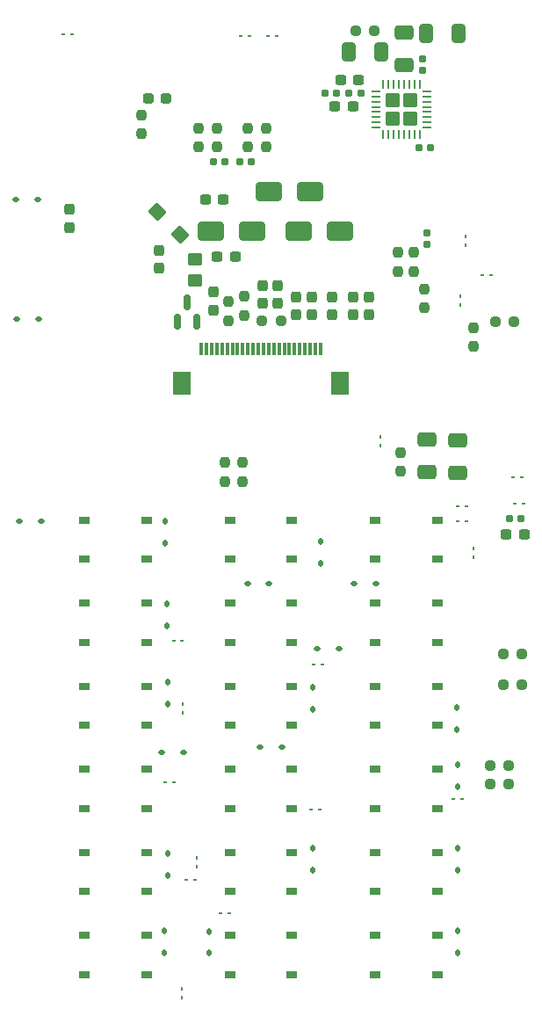
<source format=gtp>
%TF.GenerationSoftware,KiCad,Pcbnew,9.0.0*%
%TF.CreationDate,2025-09-17T13:37:23-06:00*%
%TF.ProjectId,OSS Radio Hardware Design,4f535320-5261-4646-996f-204861726477,rev?*%
%TF.SameCoordinates,Original*%
%TF.FileFunction,Paste,Top*%
%TF.FilePolarity,Positive*%
%FSLAX46Y46*%
G04 Gerber Fmt 4.6, Leading zero omitted, Abs format (unit mm)*
G04 Created by KiCad (PCBNEW 9.0.0) date 2025-09-17 13:37:23*
%MOMM*%
%LPD*%
G01*
G04 APERTURE LIST*
G04 Aperture macros list*
%AMRoundRect*
0 Rectangle with rounded corners*
0 $1 Rounding radius*
0 $2 $3 $4 $5 $6 $7 $8 $9 X,Y pos of 4 corners*
0 Add a 4 corners polygon primitive as box body*
4,1,4,$2,$3,$4,$5,$6,$7,$8,$9,$2,$3,0*
0 Add four circle primitives for the rounded corners*
1,1,$1+$1,$2,$3*
1,1,$1+$1,$4,$5*
1,1,$1+$1,$6,$7*
1,1,$1+$1,$8,$9*
0 Add four rect primitives between the rounded corners*
20,1,$1+$1,$2,$3,$4,$5,0*
20,1,$1+$1,$4,$5,$6,$7,0*
20,1,$1+$1,$6,$7,$8,$9,0*
20,1,$1+$1,$8,$9,$2,$3,0*%
G04 Aperture macros list end*
%ADD10RoundRect,0.062500X0.062500X-0.117500X0.062500X0.117500X-0.062500X0.117500X-0.062500X-0.117500X0*%
%ADD11RoundRect,0.237500X-0.237500X0.300000X-0.237500X-0.300000X0.237500X-0.300000X0.237500X0.300000X0*%
%ADD12R,1.000000X0.750000*%
%ADD13RoundRect,0.237500X0.237500X-0.250000X0.237500X0.250000X-0.237500X0.250000X-0.237500X-0.250000X0*%
%ADD14RoundRect,0.237500X-0.300000X-0.237500X0.300000X-0.237500X0.300000X0.237500X-0.300000X0.237500X0*%
%ADD15RoundRect,0.062500X-0.117500X-0.062500X0.117500X-0.062500X0.117500X0.062500X-0.117500X0.062500X0*%
%ADD16RoundRect,0.237500X0.237500X-0.300000X0.237500X0.300000X-0.237500X0.300000X-0.237500X-0.300000X0*%
%ADD17RoundRect,0.250000X-0.450000X0.350000X-0.450000X-0.350000X0.450000X-0.350000X0.450000X0.350000X0*%
%ADD18RoundRect,0.112500X0.112500X-0.187500X0.112500X0.187500X-0.112500X0.187500X-0.112500X-0.187500X0*%
%ADD19RoundRect,0.237500X-0.237500X0.250000X-0.237500X-0.250000X0.237500X-0.250000X0.237500X0.250000X0*%
%ADD20RoundRect,0.155000X-0.212500X-0.155000X0.212500X-0.155000X0.212500X0.155000X-0.212500X0.155000X0*%
%ADD21RoundRect,0.062500X-0.062500X0.117500X-0.062500X-0.117500X0.062500X-0.117500X0.062500X0.117500X0*%
%ADD22RoundRect,0.237500X0.300000X0.237500X-0.300000X0.237500X-0.300000X-0.237500X0.300000X-0.237500X0*%
%ADD23RoundRect,0.250000X0.650000X-0.412500X0.650000X0.412500X-0.650000X0.412500X-0.650000X-0.412500X0*%
%ADD24RoundRect,0.062500X0.117500X0.062500X-0.117500X0.062500X-0.117500X-0.062500X0.117500X-0.062500X0*%
%ADD25RoundRect,0.250000X1.000000X0.650000X-1.000000X0.650000X-1.000000X-0.650000X1.000000X-0.650000X0*%
%ADD26RoundRect,0.195000X0.035355X-0.678823X0.678823X-0.035355X-0.035355X0.678823X-0.678823X0.035355X0*%
%ADD27RoundRect,0.237500X0.250000X0.237500X-0.250000X0.237500X-0.250000X-0.237500X0.250000X-0.237500X0*%
%ADD28RoundRect,0.112500X0.187500X0.112500X-0.187500X0.112500X-0.187500X-0.112500X0.187500X-0.112500X0*%
%ADD29RoundRect,0.250000X-0.455000X-0.455000X0.455000X-0.455000X0.455000X0.455000X-0.455000X0.455000X0*%
%ADD30RoundRect,0.062500X-0.337500X-0.062500X0.337500X-0.062500X0.337500X0.062500X-0.337500X0.062500X0*%
%ADD31RoundRect,0.062500X-0.062500X-0.337500X0.062500X-0.337500X0.062500X0.337500X-0.062500X0.337500X0*%
%ADD32RoundRect,0.112500X-0.187500X-0.112500X0.187500X-0.112500X0.187500X0.112500X-0.187500X0.112500X0*%
%ADD33R,0.300000X1.300000*%
%ADD34R,1.800000X2.200000*%
%ADD35RoundRect,0.250000X0.412500X0.650000X-0.412500X0.650000X-0.412500X-0.650000X0.412500X-0.650000X0*%
%ADD36RoundRect,0.237500X-0.287500X-0.237500X0.287500X-0.237500X0.287500X0.237500X-0.287500X0.237500X0*%
%ADD37RoundRect,0.237500X-0.250000X-0.237500X0.250000X-0.237500X0.250000X0.237500X-0.250000X0.237500X0*%
%ADD38RoundRect,0.155000X0.212500X0.155000X-0.212500X0.155000X-0.212500X-0.155000X0.212500X-0.155000X0*%
%ADD39RoundRect,0.155000X-0.155000X0.212500X-0.155000X-0.212500X0.155000X-0.212500X0.155000X0.212500X0*%
%ADD40RoundRect,0.150000X0.150000X-0.587500X0.150000X0.587500X-0.150000X0.587500X-0.150000X-0.587500X0*%
%ADD41RoundRect,0.250000X-1.000000X-0.650000X1.000000X-0.650000X1.000000X0.650000X-1.000000X0.650000X0*%
G04 APERTURE END LIST*
D10*
%TO.C,D45*%
X79400000Y-140780000D03*
X79400000Y-141620000D03*
%TD*%
D11*
%TO.C,C34*%
X87150000Y-73025000D03*
X87150000Y-74750000D03*
%TD*%
D12*
%TO.C,SW_UP1*%
X84000000Y-95625000D03*
X90000000Y-95625000D03*
X84000000Y-99375000D03*
X90000000Y-99375000D03*
%TD*%
D13*
%TO.C,R22*%
X81000000Y-59662500D03*
X81000000Y-57837500D03*
%TD*%
D14*
%TO.C,C70*%
X94687500Y-53250000D03*
X96412500Y-53250000D03*
%TD*%
D11*
%TO.C,C30*%
X97400000Y-74137500D03*
X97400000Y-75862500D03*
%TD*%
D15*
%TO.C,D40*%
X92920000Y-109500000D03*
X92080000Y-109500000D03*
%TD*%
%TO.C,D49*%
X106840000Y-95750000D03*
X106000000Y-95750000D03*
%TD*%
D16*
%TO.C,C62*%
X68550000Y-67412500D03*
X68550000Y-65687500D03*
%TD*%
D17*
%TO.C,R13*%
X80650000Y-70500000D03*
X80650000Y-72500000D03*
%TD*%
D18*
%TO.C,D9*%
X106000000Y-137300000D03*
X106000000Y-135200000D03*
%TD*%
D12*
%TO.C,SW_9*%
X98000000Y-127625000D03*
X104000000Y-127625000D03*
X98000000Y-131375000D03*
X104000000Y-131375000D03*
%TD*%
%TO.C,SW_5*%
X84000000Y-119625000D03*
X90000000Y-119625000D03*
X84000000Y-123375000D03*
X90000000Y-123375000D03*
%TD*%
D19*
%TO.C,R40*%
X85750000Y-57837500D03*
X85750000Y-59662500D03*
%TD*%
D13*
%TO.C,R24*%
X82750000Y-59662500D03*
X82750000Y-57837500D03*
%TD*%
D18*
%TO.C,D25*%
X92800000Y-99800000D03*
X92800000Y-97700000D03*
%TD*%
D16*
%TO.C,C36*%
X77150000Y-71362500D03*
X77150000Y-69637500D03*
%TD*%
D13*
%TO.C,R15*%
X83900000Y-76412500D03*
X83900000Y-74587500D03*
%TD*%
D19*
%TO.C,R46*%
X101750000Y-69837500D03*
X101750000Y-71662500D03*
%TD*%
D12*
%TO.C,SW_0*%
X84000000Y-135625000D03*
X90000000Y-135625000D03*
X84000000Y-139375000D03*
X90000000Y-139375000D03*
%TD*%
D19*
%TO.C,R20*%
X107500000Y-77087500D03*
X107500000Y-78912500D03*
%TD*%
D20*
%TO.C,C71*%
X95482500Y-54500000D03*
X96617500Y-54500000D03*
%TD*%
D21*
%TO.C,D33*%
X106250000Y-74920000D03*
X106250000Y-74080000D03*
%TD*%
D22*
%TO.C,C26*%
X83362500Y-64750000D03*
X81637500Y-64750000D03*
%TD*%
D13*
%TO.C,R51*%
X75500000Y-58412500D03*
X75500000Y-56587500D03*
%TD*%
D23*
%TO.C,C79*%
X100800000Y-51812500D03*
X100800000Y-48687500D03*
%TD*%
D12*
%TO.C,SW_BACK1*%
X70000000Y-95625000D03*
X76000000Y-95625000D03*
X70000000Y-99375000D03*
X76000000Y-99375000D03*
%TD*%
D14*
%TO.C,C28*%
X82787500Y-70250000D03*
X84512500Y-70250000D03*
%TD*%
D21*
%TO.C,D39*%
X79500000Y-114170000D03*
X79500000Y-113330000D03*
%TD*%
D19*
%TO.C,R44*%
X85250000Y-90087500D03*
X85250000Y-91912500D03*
%TD*%
D18*
%TO.C,D8*%
X82000000Y-137325000D03*
X82000000Y-135225000D03*
%TD*%
D24*
%TO.C,D44*%
X83080000Y-133500000D03*
X83920000Y-133500000D03*
%TD*%
D14*
%TO.C,C65*%
X94137500Y-55750000D03*
X95862500Y-55750000D03*
%TD*%
D18*
%TO.C,D12*%
X78000000Y-129850000D03*
X78000000Y-127750000D03*
%TD*%
D25*
%TO.C,D58*%
X86150000Y-67750000D03*
X82150000Y-67750000D03*
%TD*%
D11*
%TO.C,C29*%
X82400000Y-73637500D03*
X82400000Y-75362500D03*
%TD*%
D26*
%TO.C,L2*%
X79250000Y-68100000D03*
X77050000Y-65900000D03*
%TD*%
D18*
%TO.C,D23*%
X77750000Y-97800000D03*
X77750000Y-95700000D03*
%TD*%
D27*
%TO.C,R45*%
X111412500Y-76500000D03*
X109587500Y-76500000D03*
%TD*%
D12*
%TO.C,SW_7*%
X70000000Y-127625000D03*
X76000000Y-127625000D03*
X70000000Y-131375000D03*
X76000000Y-131375000D03*
%TD*%
%TO.C,SW_3*%
X98000000Y-111625000D03*
X104000000Y-111625000D03*
X98000000Y-115375000D03*
X104000000Y-115375000D03*
%TD*%
D28*
%TO.C,D17*%
X79550000Y-118000000D03*
X77450000Y-118000000D03*
%TD*%
D12*
%TO.C,SW_8*%
X84000000Y-127625000D03*
X90000000Y-127625000D03*
X84000000Y-131375000D03*
X90000000Y-131375000D03*
%TD*%
D13*
%TO.C,R14*%
X85400000Y-75912500D03*
X85400000Y-74087500D03*
%TD*%
D29*
%TO.C,U12*%
X99675000Y-55175000D03*
X99675000Y-56925000D03*
X101425000Y-55175000D03*
X101425000Y-56925000D03*
D30*
X98100000Y-54300000D03*
X98100000Y-54800000D03*
X98100000Y-55300000D03*
X98100000Y-55800000D03*
X98100000Y-56300000D03*
X98100000Y-56800000D03*
X98100000Y-57300000D03*
X98100000Y-57800000D03*
D31*
X98800000Y-58500000D03*
X99300000Y-58500000D03*
X99800000Y-58500000D03*
X100300000Y-58500000D03*
X100800000Y-58500000D03*
X101300000Y-58500000D03*
X101800000Y-58500000D03*
X102300000Y-58500000D03*
D30*
X103000000Y-57800000D03*
X103000000Y-57300000D03*
X103000000Y-56800000D03*
X103000000Y-56300000D03*
X103000000Y-55800000D03*
X103000000Y-55300000D03*
X103000000Y-54800000D03*
X103000000Y-54300000D03*
D31*
X102300000Y-53600000D03*
X101800000Y-53600000D03*
X101300000Y-53600000D03*
X100800000Y-53600000D03*
X100300000Y-53600000D03*
X99800000Y-53600000D03*
X99300000Y-53600000D03*
X98800000Y-53600000D03*
%TD*%
D32*
%TO.C,D27*%
X95950000Y-101750000D03*
X98050000Y-101750000D03*
%TD*%
%TO.C,D21*%
X92450000Y-108000000D03*
X94550000Y-108000000D03*
%TD*%
D33*
%TO.C,J3*%
X81250000Y-79150000D03*
X81750000Y-79150000D03*
X82250000Y-79150000D03*
X82750000Y-79150000D03*
X83250000Y-79150000D03*
X83750000Y-79150000D03*
X84250000Y-79150000D03*
X84750000Y-79150000D03*
X85250000Y-79150000D03*
X85750000Y-79150000D03*
X86250000Y-79150000D03*
X86750000Y-79150000D03*
X87250000Y-79150000D03*
X87750000Y-79150000D03*
X88250000Y-79150000D03*
X88750000Y-79150000D03*
X89250000Y-79150000D03*
X89750000Y-79150000D03*
X90250000Y-79150000D03*
X90750000Y-79150000D03*
X91250000Y-79150000D03*
X91750000Y-79150000D03*
X92250000Y-79150000D03*
X92750000Y-79150000D03*
D34*
X79350000Y-82400000D03*
X94650000Y-82400000D03*
%TD*%
D35*
%TO.C,C72*%
X106062500Y-48750000D03*
X102937500Y-48750000D03*
%TD*%
D36*
%TO.C,D32*%
X76125000Y-55000000D03*
X77875000Y-55000000D03*
%TD*%
D24*
%TO.C,D42*%
X77780000Y-120900000D03*
X78620000Y-120900000D03*
%TD*%
D11*
%TO.C,C33*%
X88650000Y-73025000D03*
X88650000Y-74750000D03*
%TD*%
D12*
%TO.C,SW_\u002A1*%
X70000000Y-135625000D03*
X76000000Y-135625000D03*
X70000000Y-139375000D03*
X76000000Y-139375000D03*
%TD*%
%TO.C,SW_ENTER1*%
X98000000Y-95625000D03*
X104000000Y-95625000D03*
X98000000Y-99375000D03*
X104000000Y-99375000D03*
%TD*%
D24*
%TO.C,D35*%
X79830000Y-130250000D03*
X80670000Y-130250000D03*
%TD*%
D37*
%TO.C,R8*%
X110337500Y-108500000D03*
X112162500Y-108500000D03*
%TD*%
D12*
%TO.C,SW_#1*%
X98000000Y-135625000D03*
X104000000Y-135625000D03*
X98000000Y-139375000D03*
X104000000Y-139375000D03*
%TD*%
%TO.C,SW_RIGHT1*%
X98000000Y-103625000D03*
X104000000Y-103625000D03*
X98000000Y-107375000D03*
X104000000Y-107375000D03*
%TD*%
D18*
%TO.C,D24*%
X77950000Y-105800000D03*
X77950000Y-103700000D03*
%TD*%
D19*
%TO.C,R43*%
X83500000Y-90087500D03*
X83500000Y-91912500D03*
%TD*%
D18*
%TO.C,D11*%
X92000000Y-129300000D03*
X92000000Y-127200000D03*
%TD*%
D28*
%TO.C,D20*%
X65500000Y-64750000D03*
X63400000Y-64750000D03*
%TD*%
D38*
%TO.C,C77*%
X94317500Y-54500000D03*
X93182500Y-54500000D03*
%TD*%
D11*
%TO.C,C27*%
X95900000Y-74137500D03*
X95900000Y-75862500D03*
%TD*%
D22*
%TO.C,C39*%
X112362500Y-97000000D03*
X110637500Y-97000000D03*
%TD*%
D37*
%TO.C,R16*%
X87100000Y-76387500D03*
X88925000Y-76387500D03*
%TD*%
D12*
%TO.C,SW_2*%
X84000000Y-111625000D03*
X90000000Y-111625000D03*
X84000000Y-115375000D03*
X90000000Y-115375000D03*
%TD*%
D39*
%TO.C,C76*%
X102550000Y-51182500D03*
X102550000Y-52317500D03*
%TD*%
D18*
%TO.C,D19*%
X106000000Y-121300000D03*
X106000000Y-119200000D03*
%TD*%
D15*
%TO.C,D34*%
X109170000Y-72000000D03*
X108330000Y-72000000D03*
%TD*%
D24*
%TO.C,D43*%
X91830000Y-123500000D03*
X92670000Y-123500000D03*
%TD*%
D18*
%TO.C,D4*%
X77700000Y-137300000D03*
X77700000Y-135200000D03*
%TD*%
D13*
%TO.C,R47*%
X102750000Y-75162500D03*
X102750000Y-73337500D03*
%TD*%
D25*
%TO.C,D57*%
X91750000Y-64000000D03*
X87750000Y-64000000D03*
%TD*%
D13*
%TO.C,R21*%
X87500000Y-59662500D03*
X87500000Y-57837500D03*
%TD*%
D12*
%TO.C,SW_LEFT1*%
X70000000Y-103625000D03*
X76000000Y-103625000D03*
X70000000Y-107375000D03*
X76000000Y-107375000D03*
%TD*%
D24*
%TO.C,D50*%
X111330000Y-91500000D03*
X112170000Y-91500000D03*
%TD*%
D12*
%TO.C,SW_DOWN1*%
X84000000Y-103625000D03*
X90000000Y-103625000D03*
X84000000Y-107375000D03*
X90000000Y-107375000D03*
%TD*%
D18*
%TO.C,D14*%
X105900000Y-115800000D03*
X105900000Y-113700000D03*
%TD*%
D32*
%TO.C,D18*%
X86950000Y-117500000D03*
X89050000Y-117500000D03*
%TD*%
D19*
%TO.C,R52*%
X100250000Y-69837500D03*
X100250000Y-71662500D03*
%TD*%
D15*
%TO.C,D38*%
X106420000Y-122500000D03*
X105580000Y-122500000D03*
%TD*%
D28*
%TO.C,D13*%
X65800000Y-95750000D03*
X63700000Y-95750000D03*
%TD*%
D15*
%TO.C,D46*%
X88500000Y-49000000D03*
X87660000Y-49000000D03*
%TD*%
D18*
%TO.C,D10*%
X106000000Y-129300000D03*
X106000000Y-127200000D03*
%TD*%
%TO.C,D15*%
X92000000Y-113800000D03*
X92000000Y-111700000D03*
%TD*%
D28*
%TO.C,D28*%
X65550000Y-76250000D03*
X63450000Y-76250000D03*
%TD*%
D20*
%TO.C,C81*%
X84932500Y-61087500D03*
X86067500Y-61087500D03*
%TD*%
D11*
%TO.C,C31*%
X93900000Y-74137500D03*
X93900000Y-75862500D03*
%TD*%
D10*
%TO.C,D52*%
X107500000Y-98330000D03*
X107500000Y-99170000D03*
%TD*%
D38*
%TO.C,C38*%
X112067500Y-95500000D03*
X110932500Y-95500000D03*
%TD*%
D40*
%TO.C,Q1*%
X78950000Y-76500000D03*
X80850000Y-76500000D03*
X79900000Y-74625000D03*
%TD*%
D12*
%TO.C,SW_4*%
X70000000Y-119625000D03*
X76000000Y-119625000D03*
X70000000Y-123375000D03*
X76000000Y-123375000D03*
%TD*%
D11*
%TO.C,C35*%
X90400000Y-74137500D03*
X90400000Y-75862500D03*
%TD*%
D24*
%TO.C,D31*%
X67980000Y-48800000D03*
X68820000Y-48800000D03*
%TD*%
D11*
%TO.C,C32*%
X91900000Y-74137500D03*
X91900000Y-75862500D03*
%TD*%
D21*
%TO.C,D48*%
X98500000Y-88420000D03*
X98500000Y-87580000D03*
%TD*%
D20*
%TO.C,C74*%
X102232500Y-59750000D03*
X103367500Y-59750000D03*
%TD*%
D15*
%TO.C,D51*%
X106840000Y-94250000D03*
X106000000Y-94250000D03*
%TD*%
D27*
%TO.C,R42*%
X97962500Y-48500000D03*
X96137500Y-48500000D03*
%TD*%
%TO.C,R9*%
X112162500Y-111500000D03*
X110337500Y-111500000D03*
%TD*%
D12*
%TO.C,SW_1*%
X70000000Y-111625000D03*
X76000000Y-111625000D03*
X70000000Y-115375000D03*
X76000000Y-115375000D03*
%TD*%
D37*
%TO.C,R27*%
X109087500Y-119250000D03*
X110912500Y-119250000D03*
%TD*%
D13*
%TO.C,R19*%
X100500000Y-90912500D03*
X100500000Y-89087500D03*
%TD*%
D12*
%TO.C,SW_6*%
X98000000Y-119625000D03*
X104000000Y-119625000D03*
X98000000Y-123375000D03*
X104000000Y-123375000D03*
%TD*%
D21*
%TO.C,D36*%
X106750000Y-69170000D03*
X106750000Y-68330000D03*
%TD*%
D24*
%TO.C,D41*%
X78580000Y-107250000D03*
X79420000Y-107250000D03*
%TD*%
D41*
%TO.C,D56*%
X90650000Y-67750000D03*
X94650000Y-67750000D03*
%TD*%
D23*
%TO.C,C40*%
X106000000Y-91062500D03*
X106000000Y-87937500D03*
%TD*%
D18*
%TO.C,D16*%
X78000000Y-113300000D03*
X78000000Y-111200000D03*
%TD*%
D24*
%TO.C,D53*%
X111500000Y-94000000D03*
X112340000Y-94000000D03*
%TD*%
D32*
%TO.C,D22*%
X85700000Y-101750000D03*
X87800000Y-101750000D03*
%TD*%
D10*
%TO.C,D37*%
X80850000Y-128180000D03*
X80850000Y-129020000D03*
%TD*%
D20*
%TO.C,C82*%
X82432500Y-61087500D03*
X83567500Y-61087500D03*
%TD*%
D39*
%TO.C,C80*%
X103000000Y-67932500D03*
X103000000Y-69067500D03*
%TD*%
D27*
%TO.C,R26*%
X110912500Y-121000000D03*
X109087500Y-121000000D03*
%TD*%
D24*
%TO.C,D47*%
X85080000Y-49000000D03*
X85920000Y-49000000D03*
%TD*%
D35*
%TO.C,C90*%
X98612500Y-50500000D03*
X95487500Y-50500000D03*
%TD*%
D23*
%TO.C,C42*%
X103000000Y-91000000D03*
X103000000Y-87875000D03*
%TD*%
M02*

</source>
